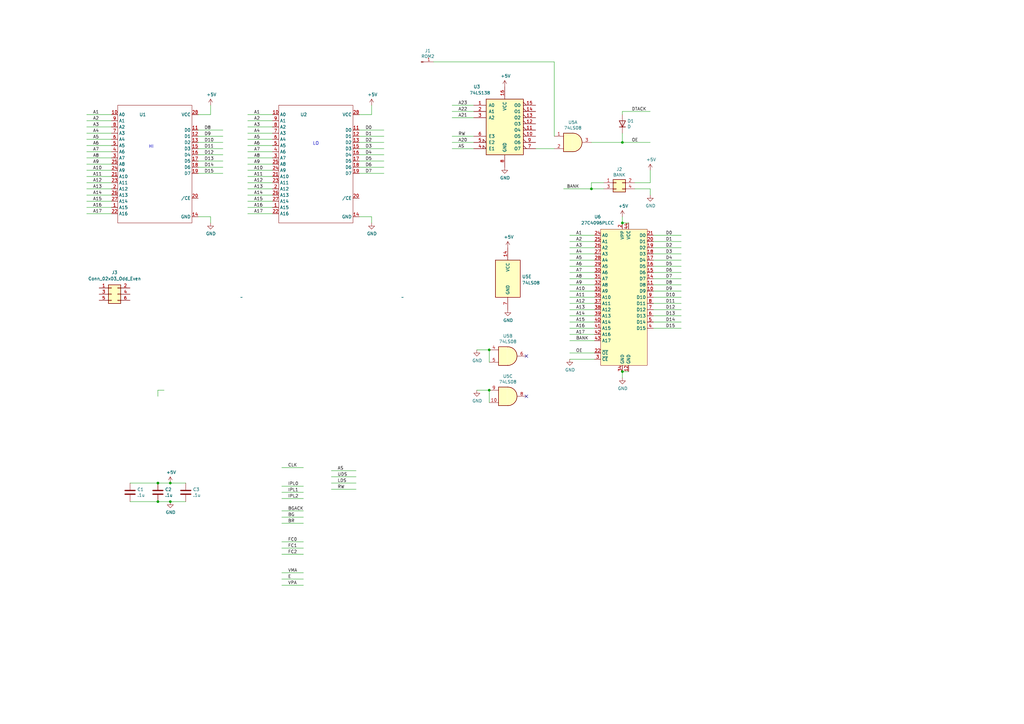
<source format=kicad_sch>
(kicad_sch (version 20230121) (generator eeschema)
  (paper "A3")
  (lib_symbols
    (symbol "256KROM-rescue:27C4096PLCC-simon"
      (property "Reference" "U" (at -10.16 27.94 0))
      (property "Value" "27C4096PLCC-simon" (at 3.81 -30.48 0))
      (symbol "27C4096PLCC-simon_0_1"
        (rectangle (start -10.16 26.67) (end 8.89 -29.21) (fill (type background)))
      )
      (symbol "27C4096PLCC-simon_1_1"
        (pin no_connect line (at 11.43 -19.05 180) (length 2.54) hide (name "NC") (number "1"))
        (pin tri_state line (at 11.43 1.27 180) (length 2.54) (name "D9") (number "10"))
        (pin tri_state line (at 11.43 3.81 180) (length 2.54) (name "D8") (number "11"))
        (pin power_in line (at 1.27 -31.75 90) (length 2.54) (name "GND") (number "12"))
        (pin no_connect line (at 11.43 -21.59 180) (length 2.54) hide (name "NC") (number "13"))
        (pin tri_state line (at 11.43 6.35 180) (length 2.54) (name "D7") (number "14"))
        (pin tri_state line (at 11.43 8.89 180) (length 2.54) (name "D6") (number "15"))
        (pin tri_state line (at 11.43 11.43 180) (length 2.54) (name "D5") (number "16"))
        (pin tri_state line (at 11.43 13.97 180) (length 2.54) (name "D4") (number "17"))
        (pin tri_state line (at 11.43 16.51 180) (length 2.54) (name "D3") (number "18"))
        (pin tri_state line (at 11.43 19.05 180) (length 2.54) (name "D2") (number "19"))
        (pin power_in line (at -1.27 29.21 270) (length 2.54) (name "VPP") (number "2"))
        (pin tri_state line (at 11.43 21.59 180) (length 2.54) (name "D1") (number "20"))
        (pin tri_state line (at 11.43 24.13 180) (length 2.54) (name "D0") (number "21"))
        (pin input line (at -12.7 -24.13 0) (length 2.54) (name "~{OE}") (number "22"))
        (pin no_connect line (at 11.43 -24.13 180) (length 2.54) hide (name "NC") (number "23"))
        (pin input line (at -12.7 24.13 0) (length 2.54) (name "A0") (number "24"))
        (pin input line (at -12.7 21.59 0) (length 2.54) (name "A1") (number "25"))
        (pin input line (at -12.7 19.05 0) (length 2.54) (name "A2") (number "26"))
        (pin input line (at -12.7 16.51 0) (length 2.54) (name "A3") (number "27"))
        (pin input line (at -12.7 13.97 0) (length 2.54) (name "A4") (number "28"))
        (pin input line (at -12.7 11.43 0) (length 2.54) (name "A5") (number "29"))
        (pin input line (at -12.7 -26.67 0) (length 2.54) (name "~{CE}") (number "3"))
        (pin input line (at -12.7 8.89 0) (length 2.54) (name "A6") (number "30"))
        (pin input line (at -12.7 6.35 0) (length 2.54) (name "A7") (number "31"))
        (pin input line (at -12.7 3.81 0) (length 2.54) (name "A8") (number "32"))
        (pin no_connect line (at 11.43 -26.67 180) (length 2.54) hide (name "NC") (number "33"))
        (pin power_in line (at -1.27 -31.75 90) (length 2.54) (name "GND") (number "34"))
        (pin input line (at -12.7 1.27 0) (length 2.54) (name "A9") (number "35"))
        (pin input line (at -12.7 -1.27 0) (length 2.54) (name "A10") (number "36"))
        (pin input line (at -12.7 -3.81 0) (length 2.54) (name "A11") (number "37"))
        (pin input line (at -12.7 -6.35 0) (length 2.54) (name "A12") (number "38"))
        (pin input line (at -12.7 -8.89 0) (length 2.54) (name "A13") (number "39"))
        (pin tri_state line (at 11.43 -13.97 180) (length 2.54) (name "D15") (number "4"))
        (pin input line (at -12.7 -11.43 0) (length 2.54) (name "A14") (number "40"))
        (pin input line (at -12.7 -13.97 0) (length 2.54) (name "A15") (number "41"))
        (pin input line (at -12.7 -16.51 0) (length 2.54) (name "A16") (number "42"))
        (pin input line (at -12.7 -19.05 0) (length 2.54) (name "A17") (number "43"))
        (pin power_in line (at 1.27 29.21 270) (length 2.54) (name "VCC") (number "44"))
        (pin tri_state line (at 11.43 -11.43 180) (length 2.54) (name "D14") (number "5"))
        (pin tri_state line (at 11.43 -8.89 180) (length 2.54) (name "D13") (number "6"))
        (pin tri_state line (at 11.43 -6.35 180) (length 2.54) (name "D12") (number "7"))
        (pin tri_state line (at 11.43 -3.81 180) (length 2.54) (name "D11") (number "8"))
        (pin tri_state line (at 11.43 -1.27 180) (length 2.54) (name "D10") (number "9"))
      )
    )
    (symbol "74xx:74LS08" (pin_names (offset 1.016))
      (property "Reference" "U" (at 0 1.27 0))
      (property "Value" "74LS08" (at 0 -1.27 0))
      (symbol "74LS08_1_1"
        (arc (start 0 -3.81) (mid 3.7934 0) (end 0 3.81) (stroke (width 0.254)) (fill (type background)))
        (polyline (pts (xy 0 3.81) (xy -3.81 3.81) (xy -3.81 -3.81) (xy 0 -3.81)) (stroke (width 0.254)) (fill (type background)))
        (pin input line (at -7.62 2.54 0) (length 3.81) (name "~") (number "1"))
        (pin input line (at -7.62 -2.54 0) (length 3.81) (name "~") (number "2"))
        (pin output line (at 7.62 0 180) (length 3.81) (name "~") (number "3"))
      )
      (symbol "74LS08_1_2"
        (arc (start -3.81 -3.81) (mid -2.589 0) (end -3.81 3.81) (stroke (width 0.254)))
        (arc (start -0.6096 -3.81) (mid 2.1842 -2.5851) (end 3.81 0) (stroke (width 0.254)) (fill (type background)))
        (polyline (pts (xy -3.81 -3.81) (xy -0.635 -3.81)) (stroke (width 0.254)) (fill (type background)))
        (polyline (pts (xy -3.81 3.81) (xy -0.635 3.81)) (stroke (width 0.254)) (fill (type background)))
        (polyline (pts (xy -0.635 3.81) (xy -3.81 3.81) (xy -3.81 3.81) (xy -3.556 3.4036) (xy -3.0226 2.2606) (xy -2.6924 1.0414) (xy -2.6162 -0.254) (xy -2.7686 -1.4986) (xy -3.175 -2.7178) (xy -3.81 -3.81) (xy -3.81 -3.81) (xy -0.635 -3.81)) (stroke (width -25.4)) (fill (type background)))
        (arc (start 3.81 0) (mid 2.1915 2.5936) (end -0.6096 3.81) (stroke (width 0.254)) (fill (type background)))
        (pin input inverted (at -7.62 2.54 0) (length 4.318) (name "~") (number "1"))
        (pin input inverted (at -7.62 -2.54 0) (length 4.318) (name "~") (number "2"))
        (pin output inverted (at 7.62 0 180) (length 3.81) (name "~") (number "3"))
      )
      (symbol "74LS08_2_1"
        (arc (start 0 -3.81) (mid 3.7934 0) (end 0 3.81) (stroke (width 0.254)) (fill (type background)))
        (polyline (pts (xy 0 3.81) (xy -3.81 3.81) (xy -3.81 -3.81) (xy 0 -3.81)) (stroke (width 0.254)) (fill (type background)))
        (pin input line (at -7.62 2.54 0) (length 3.81) (name "~") (number "4"))
        (pin input line (at -7.62 -2.54 0) (length 3.81) (name "~") (number "5"))
        (pin output line (at 7.62 0 180) (length 3.81) (name "~") (number "6"))
      )
      (symbol "74LS08_2_2"
        (arc (start -3.81 -3.81) (mid -2.589 0) (end -3.81 3.81) (stroke (width 0.254)))
        (arc (start -0.6096 -3.81) (mid 2.1842 -2.5851) (end 3.81 0) (stroke (width 0.254)) (fill (type background)))
        (polyline (pts (xy -3.81 -3.81) (xy -0.635 -3.81)) (stroke (width 0.254)) (fill (type background)))
        (polyline (pts (xy -3.81 3.81) (xy -0.635 3.81)) (stroke (width 0.254)) (fill (type background)))
        (polyline (pts (xy -0.635 3.81) (xy -3.81 3.81) (xy -3.81 3.81) (xy -3.556 3.4036) (xy -3.0226 2.2606) (xy -2.6924 1.0414) (xy -2.6162 -0.254) (xy -2.7686 -1.4986) (xy -3.175 -2.7178) (xy -3.81 -3.81) (xy -3.81 -3.81) (xy -0.635 -3.81)) (stroke (width -25.4)) (fill (type background)))
        (arc (start 3.81 0) (mid 2.1915 2.5936) (end -0.6096 3.81) (stroke (width 0.254)) (fill (type background)))
        (pin input inverted (at -7.62 2.54 0) (length 4.318) (name "~") (number "4"))
        (pin input inverted (at -7.62 -2.54 0) (length 4.318) (name "~") (number "5"))
        (pin output inverted (at 7.62 0 180) (length 3.81) (name "~") (number "6"))
      )
      (symbol "74LS08_3_1"
        (arc (start 0 -3.81) (mid 3.7934 0) (end 0 3.81) (stroke (width 0.254)) (fill (type background)))
        (polyline (pts (xy 0 3.81) (xy -3.81 3.81) (xy -3.81 -3.81) (xy 0 -3.81)) (stroke (width 0.254)) (fill (type background)))
        (pin input line (at -7.62 -2.54 0) (length 3.81) (name "~") (number "10"))
        (pin output line (at 7.62 0 180) (length 3.81) (name "~") (number "8"))
        (pin input line (at -7.62 2.54 0) (length 3.81) (name "~") (number "9"))
      )
      (symbol "74LS08_3_2"
        (arc (start -3.81 -3.81) (mid -2.589 0) (end -3.81 3.81) (stroke (width 0.254)))
        (arc (start -0.6096 -3.81) (mid 2.1842 -2.5851) (end 3.81 0) (stroke (width 0.254)) (fill (type background)))
        (polyline (pts (xy -3.81 -3.81) (xy -0.635 -3.81)) (stroke (width 0.254)) (fill (type background)))
        (polyline (pts (xy -3.81 3.81) (xy -0.635 3.81)) (stroke (width 0.254)) (fill (type background)))
        (polyline (pts (xy -0.635 3.81) (xy -3.81 3.81) (xy -3.81 3.81) (xy -3.556 3.4036) (xy -3.0226 2.2606) (xy -2.6924 1.0414) (xy -2.6162 -0.254) (xy -2.7686 -1.4986) (xy -3.175 -2.7178) (xy -3.81 -3.81) (xy -3.81 -3.81) (xy -0.635 -3.81)) (stroke (width -25.4)) (fill (type background)))
        (arc (start 3.81 0) (mid 2.1915 2.5936) (end -0.6096 3.81) (stroke (width 0.254)) (fill (type background)))
        (pin input inverted (at -7.62 -2.54 0) (length 4.318) (name "~") (number "10"))
        (pin output inverted (at 7.62 0 180) (length 3.81) (name "~") (number "8"))
        (pin input inverted (at -7.62 2.54 0) (length 4.318) (name "~") (number "9"))
      )
      (symbol "74LS08_4_1"
        (arc (start 0 -3.81) (mid 3.7934 0) (end 0 3.81) (stroke (width 0.254)) (fill (type background)))
        (polyline (pts (xy 0 3.81) (xy -3.81 3.81) (xy -3.81 -3.81) (xy 0 -3.81)) (stroke (width 0.254)) (fill (type background)))
        (pin output line (at 7.62 0 180) (length 3.81) (name "~") (number "11"))
        (pin input line (at -7.62 2.54 0) (length 3.81) (name "~") (number "12"))
        (pin input line (at -7.62 -2.54 0) (length 3.81) (name "~") (number "13"))
      )
      (symbol "74LS08_4_2"
        (arc (start -3.81 -3.81) (mid -2.589 0) (end -3.81 3.81) (stroke (width 0.254)))
        (arc (start -0.6096 -3.81) (mid 2.1842 -2.5851) (end 3.81 0) (stroke (width 0.254)) (fill (type background)))
        (polyline (pts (xy -3.81 -3.81) (xy -0.635 -3.81)) (stroke (width 0.254)) (fill (type background)))
        (polyline (pts (xy -3.81 3.81) (xy -0.635 3.81)) (stroke (width 0.254)) (fill (type background)))
        (polyline (pts (xy -0.635 3.81) (xy -3.81 3.81) (xy -3.81 3.81) (xy -3.556 3.4036) (xy -3.0226 2.2606) (xy -2.6924 1.0414) (xy -2.6162 -0.254) (xy -2.7686 -1.4986) (xy -3.175 -2.7178) (xy -3.81 -3.81) (xy -3.81 -3.81) (xy -0.635 -3.81)) (stroke (width -25.4)) (fill (type background)))
        (arc (start 3.81 0) (mid 2.1915 2.5936) (end -0.6096 3.81) (stroke (width 0.254)) (fill (type background)))
        (pin output inverted (at 7.62 0 180) (length 3.81) (name "~") (number "11"))
        (pin input inverted (at -7.62 2.54 0) (length 4.318) (name "~") (number "12"))
        (pin input inverted (at -7.62 -2.54 0) (length 4.318) (name "~") (number "13"))
      )
      (symbol "74LS08_5_0"
        (pin power_in line (at 0 12.7 270) (length 5.08) (name "VCC") (number "14"))
        (pin power_in line (at 0 -12.7 90) (length 5.08) (name "GND") (number "7"))
      )
      (symbol "74LS08_5_1"
        (rectangle (start -5.08 7.62) (end 5.08 -7.62) (stroke (width 0.254)) (fill (type background)))
      )
    )
    (symbol "74xx:74LS138" (pin_names (offset 1.016))
      (property "Reference" "U" (at -7.62 11.43 0))
      (property "Value" "74LS138" (at -7.62 -13.97 0))
      (symbol "74LS138_1_0"
        (pin input line (at -12.7 7.62 0) (length 5.08) (name "A0") (number "1"))
        (pin output output_low (at 12.7 -5.08 180) (length 5.08) (name "O5") (number "10"))
        (pin output output_low (at 12.7 -2.54 180) (length 5.08) (name "O4") (number "11"))
        (pin output output_low (at 12.7 0 180) (length 5.08) (name "O3") (number "12"))
        (pin output output_low (at 12.7 2.54 180) (length 5.08) (name "O2") (number "13"))
        (pin output output_low (at 12.7 5.08 180) (length 5.08) (name "O1") (number "14"))
        (pin output output_low (at 12.7 7.62 180) (length 5.08) (name "O0") (number "15"))
        (pin power_in line (at 0 15.24 270) (length 5.08) (name "VCC") (number "16"))
        (pin input line (at -12.7 5.08 0) (length 5.08) (name "A1") (number "2"))
        (pin input line (at -12.7 2.54 0) (length 5.08) (name "A2") (number "3"))
        (pin input input_low (at -12.7 -10.16 0) (length 5.08) (name "E1") (number "4"))
        (pin input input_low (at -12.7 -7.62 0) (length 5.08) (name "E2") (number "5"))
        (pin input line (at -12.7 -5.08 0) (length 5.08) (name "E3") (number "6"))
        (pin output output_low (at 12.7 -10.16 180) (length 5.08) (name "O7") (number "7"))
        (pin power_in line (at 0 -17.78 90) (length 5.08) (name "GND") (number "8"))
        (pin output output_low (at 12.7 -7.62 180) (length 5.08) (name "O6") (number "9"))
      )
      (symbol "74LS138_1_1"
        (rectangle (start -7.62 10.16) (end 7.62 -12.7) (stroke (width 0.254)) (fill (type background)))
      )
    )
    (symbol "Connector:Conn_01x01_Male" (pin_names (offset 1.016) hide)
      (property "Reference" "J" (at 0 2.54 0))
      (property "Value" "Conn_01x01_Male" (at 0 -2.54 0))
      (symbol "Conn_01x01_Male_1_1"
        (polyline (pts (xy 1.27 0) (xy 0.8636 0)) (stroke (width 0.1524)))
        (rectangle (start 0.8636 0.127) (end 0 -0.127) (stroke (width 0.1524)) (fill (type outline)))
        (pin passive line (at 5.08 0 180) (length 3.81) (name "Pin_1") (number "1"))
      )
    )
    (symbol "Connector_Generic:Conn_02x02_Odd_Even" (pin_names (offset 1.016) hide)
      (property "Reference" "J" (at 1.27 2.54 0))
      (property "Value" "Conn_02x02_Odd_Even" (at 1.27 -5.08 0))
      (symbol "Conn_02x02_Odd_Even_1_1"
        (rectangle (start -1.27 -2.413) (end 0 -2.667) (stroke (width 0.1524)))
        (rectangle (start -1.27 0.127) (end 0 -0.127) (stroke (width 0.1524)))
        (rectangle (start -1.27 1.27) (end 3.81 -3.81) (stroke (width 0.254)) (fill (type background)))
        (rectangle (start 3.81 -2.413) (end 2.54 -2.667) (stroke (width 0.1524)))
        (rectangle (start 3.81 0.127) (end 2.54 -0.127) (stroke (width 0.1524)))
        (pin passive line (at -5.08 0 0) (length 3.81) (name "Pin_1") (number "1"))
        (pin passive line (at 7.62 0 180) (length 3.81) (name "Pin_2") (number "2"))
        (pin passive line (at -5.08 -2.54 0) (length 3.81) (name "Pin_3") (number "3"))
        (pin passive line (at 7.62 -2.54 180) (length 3.81) (name "Pin_4") (number "4"))
      )
    )
    (symbol "Connector_Generic:Conn_02x03_Odd_Even" (pin_names (offset 1.016) hide)
      (property "Reference" "J" (at 1.27 5.08 0))
      (property "Value" "Conn_02x03_Odd_Even" (at 1.27 -5.08 0))
      (symbol "Conn_02x03_Odd_Even_1_1"
        (rectangle (start -1.27 -2.413) (end 0 -2.667) (stroke (width 0.1524)))
        (rectangle (start -1.27 0.127) (end 0 -0.127) (stroke (width 0.1524)))
        (rectangle (start -1.27 2.667) (end 0 2.413) (stroke (width 0.1524)))
        (rectangle (start -1.27 3.81) (end 3.81 -3.81) (stroke (width 0.254)) (fill (type background)))
        (rectangle (start 3.81 -2.413) (end 2.54 -2.667) (stroke (width 0.1524)))
        (rectangle (start 3.81 0.127) (end 2.54 -0.127) (stroke (width 0.1524)))
        (rectangle (start 3.81 2.667) (end 2.54 2.413) (stroke (width 0.1524)))
        (pin passive line (at -5.08 2.54 0) (length 3.81) (name "Pin_1") (number "1"))
        (pin passive line (at 7.62 2.54 180) (length 3.81) (name "Pin_2") (number "2"))
        (pin passive line (at -5.08 0 0) (length 3.81) (name "Pin_3") (number "3"))
        (pin passive line (at 7.62 0 180) (length 3.81) (name "Pin_4") (number "4"))
        (pin passive line (at -5.08 -2.54 0) (length 3.81) (name "Pin_5") (number "5"))
        (pin passive line (at 7.62 -2.54 180) (length 3.81) (name "Pin_6") (number "6"))
      )
    )
    (symbol "Device:C" (pin_numbers hide) (pin_names (offset 0.254))
      (property "Reference" "C" (at 0.635 2.54 0))
      (property "Value" "C" (at 0.635 -2.54 0))
      (symbol "C_0_1"
        (polyline (pts (xy -2.032 -0.762) (xy 2.032 -0.762)) (stroke (width 0.508)))
        (polyline (pts (xy -2.032 0.762) (xy 2.032 0.762)) (stroke (width 0.508)))
      )
      (symbol "C_1_1"
        (pin passive line (at 0 3.81 270) (length 2.794) (name "~") (number "1"))
        (pin passive line (at 0 -3.81 90) (length 2.794) (name "~") (number "2"))
      )
    )
    (symbol "Device:D" (pin_numbers hide) (pin_names (offset 1.016) hide)
      (property "Reference" "D" (at 0 2.54 0))
      (property "Value" "D" (at 0 -2.54 0))
      (symbol "D_0_1"
        (polyline (pts (xy -1.27 1.27) (xy -1.27 -1.27)) (stroke (width 0.254)))
        (polyline (pts (xy 1.27 0) (xy -1.27 0)))
        (polyline (pts (xy 1.27 1.27) (xy 1.27 -1.27) (xy -1.27 0) (xy 1.27 1.27)) (stroke (width 0.254)))
      )
      (symbol "D_1_1"
        (pin passive line (at -3.81 0 0) (length 2.54) (name "K") (number "1"))
        (pin passive line (at 3.81 0 180) (length 2.54) (name "A") (number "2"))
      )
    )
    (symbol "Simon:Atari_ST_ROM"
      (property "Reference" "U1" (at -6.35 19.05 0))
      (symbol "Atari_ST_ROM_0_1"
        (rectangle (start -15.24 22.86) (end 15.24 -25.4))
      )
      (symbol "Atari_ST_ROM_1_1"
        (pin input line (at -17.78 -19.05 0) (length 2.54) (name "A15") (number "1"))
        (pin input line (at -17.78 19.05 0) (length 2.54) (name "A0") (number "10"))
        (pin output line (at 17.78 12.7 180) (length 2.54) (name "D0") (number "11"))
        (pin output line (at 17.78 10.16 180) (length 2.54) (name "D1") (number "12"))
        (pin output line (at 17.78 7.62 180) (length 2.54) (name "D2") (number "13"))
        (pin power_in line (at 17.78 -22.86 180) (length 2.54) (name "GND") (number "14"))
        (pin output line (at 17.78 5.08 180) (length 2.54) (name "D3") (number "15"))
        (pin output line (at 17.78 2.54 180) (length 2.54) (name "D4") (number "16"))
        (pin output line (at 17.78 0 180) (length 2.54) (name "D5") (number "17"))
        (pin output line (at 17.78 -2.54 180) (length 2.54) (name "D6") (number "18"))
        (pin output line (at 17.78 -5.08 180) (length 2.54) (name "D7") (number "19"))
        (pin input line (at -17.78 -11.43 0) (length 2.54) (name "A12") (number "2"))
        (pin input line (at 17.78 -15.24 180) (length 2.54) (name "/CE") (number "20"))
        (pin input line (at -17.78 -6.35 0) (length 2.54) (name "A10") (number "21"))
        (pin input line (at -17.78 -21.59 0) (length 2.54) (name "A16") (number "22"))
        (pin input line (at -17.78 -8.89 0) (length 2.54) (name "A11") (number "23"))
        (pin input line (at -17.78 -3.81 0) (length 2.54) (name "A9") (number "24"))
        (pin input line (at -17.78 -1.27 0) (length 2.54) (name "A8") (number "25"))
        (pin input line (at -17.78 -13.97 0) (length 2.54) (name "A13") (number "26"))
        (pin input line (at -17.78 -16.51 0) (length 2.54) (name "A14") (number "27"))
        (pin power_in line (at 17.78 19.05 180) (length 2.54) (name "VCC") (number "28"))
        (pin input line (at -17.78 1.27 0) (length 2.54) (name "A7") (number "3"))
        (pin input line (at -17.78 3.81 0) (length 2.54) (name "A6") (number "4"))
        (pin input line (at -17.78 6.35 0) (length 2.54) (name "A5") (number "5"))
        (pin input line (at -17.78 8.89 0) (length 2.54) (name "A4") (number "6"))
        (pin input line (at -17.78 11.43 0) (length 2.54) (name "A3") (number "7"))
        (pin input line (at -17.78 13.97 0) (length 2.54) (name "A2") (number "8"))
        (pin input line (at -17.78 16.51 0) (length 2.54) (name "A1") (number "9"))
      )
    )
    (symbol "power:+5V" (power) (pin_names (offset 0))
      (property "Value" "+5V" (at 0 3.556 0))
      (symbol "+5V_0_1"
        (polyline (pts (xy -0.762 1.27) (xy 0 2.54)))
        (polyline (pts (xy 0 0) (xy 0 2.54)))
        (polyline (pts (xy 0 2.54) (xy 0.762 1.27)))
      )
      (symbol "+5V_1_1"
        (pin power_in line (at 0 0 90) (length 0) hide (name "+5V") (number "1"))
      )
    )
    (symbol "power:GND" (power) (pin_names (offset 0))
      (property "Value" "GND" (at 0 -3.81 0))
      (symbol "GND_0_1"
        (polyline (pts (xy 0 0) (xy 0 -1.27) (xy 1.27 -1.27) (xy 0 -2.54) (xy -1.27 -1.27) (xy 0 -1.27)))
      )
      (symbol "GND_1_1"
        (pin power_in line (at 0 0 270) (length 0) hide (name "GND") (number "1"))
      )
    )
  )
  (junction (at 255.27 58.42))
  (junction (at 64.77 198.12))
  (junction (at 255.27 152.4))
  (junction (at 200.66 160.02))
  (junction (at 255.27 91.44))
  (junction (at 200.66 143.51))
  (junction (at 69.85 198.12))
  (junction (at 64.77 205.74))
  (junction (at 242.57 77.47))
  (junction (at 69.85 205.74))
  (no_connect (at 215.9 146.05))
  (no_connect (at 215.9 162.56))
  (wire (pts (xy 35.56 49.53) (xy 45.72 49.53)))
  (wire (pts (xy 227.33 25.4) (xy 227.33 55.88)))
  (wire (pts (xy 101.6 57.15) (xy 111.76 57.15)))
  (wire (pts (xy 81.28 71.12) (xy 91.44 71.12)))
  (wire (pts (xy 147.32 60.96) (xy 157.48 60.96)))
  (wire (pts (xy 267.97 96.52) (xy 279.4 96.52)))
  (wire (pts (xy 243.84 139.7) (xy 233.68 139.7)))
  (wire (pts (xy 243.84 109.22) (xy 233.68 109.22)))
  (wire (pts (xy 243.84 121.92) (xy 233.68 121.92)))
  (wire (pts (xy 35.56 77.47) (xy 45.72 77.47)))
  (wire (pts (xy 194.31 43.18) (xy 185.42 43.18)))
  (wire (pts (xy 194.31 45.72) (xy 185.42 45.72)))
  (wire (pts (xy 64.77 205.74) (xy 53.34 205.74)))
  (wire (pts (xy 147.32 58.42) (xy 157.48 58.42)))
  (wire (pts (xy 255.27 54.61) (xy 255.27 58.42)))
  (wire (pts (xy 194.31 60.96) (xy 185.42 60.96)))
  (wire (pts (xy 243.84 101.6) (xy 233.68 101.6)))
  (wire (pts (xy 76.2 205.74) (xy 69.85 205.74)))
  (wire (pts (xy 243.84 104.14) (xy 233.68 104.14)))
  (wire (pts (xy 267.97 116.84) (xy 279.4 116.84)))
  (wire (pts (xy 267.97 104.14) (xy 279.4 104.14)))
  (wire (pts (xy 260.35 74.93) (xy 266.7 74.93)))
  (wire (pts (xy 101.6 59.69) (xy 111.76 59.69)))
  (wire (pts (xy 64.77 162.56) (xy 64.77 160.02)))
  (wire (pts (xy 135.89 193.04) (xy 146.05 193.04)))
  (wire (pts (xy 243.84 119.38) (xy 233.68 119.38)))
  (wire (pts (xy 177.8 25.4) (xy 227.33 25.4)))
  (wire (pts (xy 101.6 62.23) (xy 111.76 62.23)))
  (wire (pts (xy 124.46 240.03) (xy 115.57 240.03)))
  (wire (pts (xy 243.84 124.46) (xy 233.68 124.46)))
  (wire (pts (xy 81.28 68.58) (xy 91.44 68.58)))
  (wire (pts (xy 243.84 106.68) (xy 233.68 106.68)))
  (wire (pts (xy 81.28 88.9) (xy 86.36 88.9)))
  (wire (pts (xy 81.28 53.34) (xy 91.44 53.34)))
  (wire (pts (xy 267.97 111.76) (xy 279.4 111.76)))
  (wire (pts (xy 152.4 88.9) (xy 152.4 91.44)))
  (wire (pts (xy 81.28 66.04) (xy 91.44 66.04)))
  (wire (pts (xy 267.97 134.62) (xy 279.4 134.62)))
  (wire (pts (xy 124.46 224.79) (xy 115.57 224.79)))
  (wire (pts (xy 86.36 46.99) (xy 86.36 43.18)))
  (wire (pts (xy 124.46 201.93) (xy 115.57 201.93)))
  (wire (pts (xy 255.27 45.72) (xy 266.7 45.72)))
  (wire (pts (xy 81.28 58.42) (xy 91.44 58.42)))
  (wire (pts (xy 35.56 62.23) (xy 45.72 62.23)))
  (wire (pts (xy 266.7 80.01) (xy 266.7 77.47)))
  (wire (pts (xy 124.46 227.33) (xy 115.57 227.33)))
  (wire (pts (xy 152.4 46.99) (xy 152.4 43.18)))
  (wire (pts (xy 247.65 74.93) (xy 242.57 74.93)))
  (wire (pts (xy 194.31 48.26) (xy 185.42 48.26)))
  (wire (pts (xy 267.97 101.6) (xy 279.4 101.6)))
  (wire (pts (xy 101.6 67.31) (xy 111.76 67.31)))
  (wire (pts (xy 35.56 67.31) (xy 45.72 67.31)))
  (wire (pts (xy 147.32 88.9) (xy 152.4 88.9)))
  (wire (pts (xy 242.57 74.93) (xy 242.57 77.47)))
  (wire (pts (xy 257.81 91.44) (xy 255.27 91.44)))
  (wire (pts (xy 194.31 58.42) (xy 185.42 58.42)))
  (wire (pts (xy 35.56 85.09) (xy 45.72 85.09)))
  (wire (pts (xy 101.6 46.99) (xy 111.76 46.99)))
  (wire (pts (xy 101.6 87.63) (xy 111.76 87.63)))
  (wire (pts (xy 267.97 119.38) (xy 279.4 119.38)))
  (wire (pts (xy 35.56 59.69) (xy 45.72 59.69)))
  (wire (pts (xy 243.84 132.08) (xy 233.68 132.08)))
  (wire (pts (xy 242.57 77.47) (xy 247.65 77.47)))
  (wire (pts (xy 101.6 85.09) (xy 111.76 85.09)))
  (wire (pts (xy 147.32 66.04) (xy 157.48 66.04)))
  (wire (pts (xy 255.27 152.4) (xy 257.81 152.4)))
  (wire (pts (xy 81.28 60.96) (xy 91.44 60.96)))
  (wire (pts (xy 135.89 195.58) (xy 146.05 195.58)))
  (wire (pts (xy 81.28 55.88) (xy 91.44 55.88)))
  (wire (pts (xy 124.46 222.25) (xy 115.57 222.25)))
  (wire (pts (xy 255.27 91.44) (xy 255.27 88.9)))
  (wire (pts (xy 101.6 54.61) (xy 111.76 54.61)))
  (wire (pts (xy 219.71 60.96) (xy 227.33 60.96)))
  (wire (pts (xy 267.97 124.46) (xy 279.4 124.46)))
  (wire (pts (xy 35.56 80.01) (xy 45.72 80.01)))
  (wire (pts (xy 101.6 64.77) (xy 111.76 64.77)))
  (wire (pts (xy 35.56 54.61) (xy 45.72 54.61)))
  (wire (pts (xy 243.84 99.06) (xy 233.68 99.06)))
  (wire (pts (xy 147.32 68.58) (xy 157.48 68.58)))
  (wire (pts (xy 35.56 87.63) (xy 45.72 87.63)))
  (wire (pts (xy 53.34 198.12) (xy 64.77 198.12)))
  (wire (pts (xy 101.6 77.47) (xy 111.76 77.47)))
  (wire (pts (xy 267.97 106.68) (xy 279.4 106.68)))
  (wire (pts (xy 200.66 165.1) (xy 200.66 160.02)))
  (wire (pts (xy 243.84 144.78) (xy 233.68 144.78)))
  (wire (pts (xy 101.6 52.07) (xy 111.76 52.07)))
  (wire (pts (xy 194.31 55.88) (xy 185.42 55.88)))
  (wire (pts (xy 266.7 74.93) (xy 266.7 69.85)))
  (wire (pts (xy 266.7 77.47) (xy 260.35 77.47)))
  (wire (pts (xy 147.32 55.88) (xy 157.48 55.88)))
  (wire (pts (xy 124.46 212.09) (xy 115.57 212.09)))
  (wire (pts (xy 243.84 114.3) (xy 233.68 114.3)))
  (wire (pts (xy 124.46 204.47) (xy 115.57 204.47)))
  (wire (pts (xy 101.6 49.53) (xy 111.76 49.53)))
  (wire (pts (xy 35.56 82.55) (xy 45.72 82.55)))
  (wire (pts (xy 195.58 143.51) (xy 200.66 143.51)))
  (wire (pts (xy 255.27 45.72) (xy 255.27 46.99)))
  (wire (pts (xy 243.84 116.84) (xy 233.68 116.84)))
  (wire (pts (xy 64.77 160.02) (xy 67.31 160.02)))
  (wire (pts (xy 124.46 237.49) (xy 115.57 237.49)))
  (wire (pts (xy 69.85 205.74) (xy 64.77 205.74)))
  (wire (pts (xy 243.84 147.32) (xy 233.68 147.32)))
  (wire (pts (xy 267.97 127) (xy 279.4 127)))
  (wire (pts (xy 124.46 209.55) (xy 115.57 209.55)))
  (wire (pts (xy 243.84 127) (xy 233.68 127)))
  (wire (pts (xy 35.56 46.99) (xy 45.72 46.99)))
  (wire (pts (xy 255.27 152.4) (xy 255.27 154.94)))
  (wire (pts (xy 101.6 80.01) (xy 111.76 80.01)))
  (wire (pts (xy 64.77 198.12) (xy 69.85 198.12)))
  (wire (pts (xy 200.66 143.51) (xy 200.66 148.59)))
  (wire (pts (xy 147.32 53.34) (xy 157.48 53.34)))
  (wire (pts (xy 35.56 57.15) (xy 45.72 57.15)))
  (wire (pts (xy 243.84 96.52) (xy 233.68 96.52)))
  (wire (pts (xy 135.89 198.12) (xy 146.05 198.12)))
  (wire (pts (xy 243.84 111.76) (xy 233.68 111.76)))
  (wire (pts (xy 81.28 63.5) (xy 91.44 63.5)))
  (wire (pts (xy 147.32 46.99) (xy 152.4 46.99)))
  (wire (pts (xy 35.56 74.93) (xy 45.72 74.93)))
  (wire (pts (xy 101.6 74.93) (xy 111.76 74.93)))
  (wire (pts (xy 101.6 72.39) (xy 111.76 72.39)))
  (wire (pts (xy 35.56 72.39) (xy 45.72 72.39)))
  (wire (pts (xy 243.84 134.62) (xy 233.68 134.62)))
  (wire (pts (xy 147.32 63.5) (xy 157.48 63.5)))
  (wire (pts (xy 35.56 52.07) (xy 45.72 52.07)))
  (wire (pts (xy 267.97 99.06) (xy 279.4 99.06)))
  (wire (pts (xy 243.84 137.16) (xy 233.68 137.16)))
  (wire (pts (xy 81.28 46.99) (xy 86.36 46.99)))
  (wire (pts (xy 267.97 129.54) (xy 279.4 129.54)))
  (wire (pts (xy 255.27 58.42) (xy 266.7 58.42)))
  (wire (pts (xy 267.97 109.22) (xy 279.4 109.22)))
  (wire (pts (xy 242.57 77.47) (xy 231.14 77.47)))
  (wire (pts (xy 135.89 200.66) (xy 146.05 200.66)))
  (wire (pts (xy 147.32 71.12) (xy 157.48 71.12)))
  (wire (pts (xy 267.97 114.3) (xy 279.4 114.3)))
  (wire (pts (xy 35.56 69.85) (xy 45.72 69.85)))
  (wire (pts (xy 69.85 198.12) (xy 76.2 198.12)))
  (wire (pts (xy 124.46 199.39) (xy 115.57 199.39)))
  (wire (pts (xy 243.84 129.54) (xy 233.68 129.54)))
  (wire (pts (xy 101.6 69.85) (xy 111.76 69.85)))
  (wire (pts (xy 195.58 160.02) (xy 200.66 160.02)))
  (wire (pts (xy 267.97 132.08) (xy 279.4 132.08)))
  (wire (pts (xy 101.6 82.55) (xy 111.76 82.55)))
  (wire (pts (xy 242.57 58.42) (xy 255.27 58.42)))
  (wire (pts (xy 35.56 64.77) (xy 45.72 64.77)))
  (wire (pts (xy 267.97 121.92) (xy 279.4 121.92)))
  (wire (pts (xy 124.46 214.63) (xy 115.57 214.63)))
  (wire (pts (xy 124.46 191.77) (xy 115.57 191.77)))
  (wire (pts (xy 124.46 234.95) (xy 115.57 234.95)))
  (wire (pts (xy 86.36 88.9) (xy 86.36 91.44)))
  (text "HI" (at 60.96 60.96 0) (effects (font (size 1.27 1.27)) (justify left bottom)))
  (text "LO" (at 128.27 59.69 0) (effects (font (size 1.27 1.27)) (justify left bottom)))
  (label "D14" (at 83.82 68.58 0))
  (label "BR" (at 118.11 214.63 0))
  (label "A17" (at 236.22 137.16 0))
  (label "A5" (at 104.14 57.15 0))
  (label "D10" (at 273.05 121.92 0))
  (label "D0" (at 149.86 53.34 0))
  (label "A8" (at 104.14 64.77 0))
  (label "A7" (at 104.14 62.23 0))
  (label "D3" (at 273.05 104.14 0))
  (label "A15" (at 38.1 82.55 0))
  (label "FC2" (at 118.11 227.33 0))
  (label "DTACK" (at 259.08 45.72 0))
  (label "A11" (at 38.1 72.39 0))
  (label "D9" (at 83.82 55.88 0))
  (label "D4" (at 149.86 63.5 0))
  (label "D5" (at 149.86 66.04 0))
  (label "A13" (at 104.14 77.47 0))
  (label "D4" (at 273.05 106.68 0))
  (label "A12" (at 38.1 74.93 0))
  (label "A11" (at 236.22 121.92 0))
  (label "A14" (at 104.14 80.01 0))
  (label "BANK" (at 236.22 139.7 0))
  (label "A13" (at 236.22 127 0))
  (label "A10" (at 236.22 119.38 0))
  (label "A22" (at 187.96 45.72 0))
  (label "A3" (at 38.1 52.07 0))
  (label "D6" (at 149.86 68.58 0))
  (label "A1" (at 236.22 96.52 0))
  (label "A23" (at 187.96 43.18 0))
  (label "A6" (at 38.1 59.69 0))
  (label "A13" (at 38.1 77.47 0))
  (label "D9" (at 273.05 119.38 0))
  (label "A3" (at 104.14 52.07 0))
  (label "A7" (at 236.22 111.76 0))
  (label "RW" (at 187.96 55.88 0))
  (label "A16" (at 236.22 134.62 0))
  (label "UDS" (at 138.43 195.58 0))
  (label "D13" (at 273.05 129.54 0))
  (label "A10" (at 38.1 69.85 0))
  (label "A16" (at 38.1 85.09 0))
  (label "D7" (at 273.05 114.3 0))
  (label "D15" (at 273.05 134.62 0))
  (label "D14" (at 273.05 132.08 0))
  (label "A8" (at 236.22 114.3 0))
  (label "D11" (at 83.82 60.96 0))
  (label "RW" (at 138.43 200.66 0))
  (label "A9" (at 236.22 116.84 0))
  (label "D1" (at 149.86 55.88 0))
  (label "A5" (at 236.22 106.68 0))
  (label "D8" (at 273.05 116.84 0))
  (label "E" (at 118.11 237.49 0))
  (label "OE" (at 259.08 58.42 0))
  (label "A2" (at 104.14 49.53 0))
  (label "A9" (at 38.1 67.31 0))
  (label "D13" (at 83.82 66.04 0))
  (label "D2" (at 273.05 101.6 0))
  (label "D5" (at 273.05 109.22 0))
  (label "D0" (at 273.05 96.52 0))
  (label "D10" (at 83.82 58.42 0))
  (label "A4" (at 236.22 104.14 0))
  (label "CLK" (at 118.11 191.77 0))
  (label "A1" (at 104.14 46.99 0))
  (label "A15" (at 104.14 82.55 0))
  (label "A2" (at 38.1 49.53 0))
  (label "A12" (at 104.14 74.93 0))
  (label "IPL0" (at 118.11 199.39 0))
  (label "A3" (at 236.22 101.6 0))
  (label "A17" (at 38.1 87.63 0))
  (label "A17" (at 104.14 87.63 0))
  (label "D2" (at 149.86 58.42 0))
  (label "AS" (at 138.43 193.04 0))
  (label "D12" (at 273.05 127 0))
  (label "AS" (at 187.96 60.96 0))
  (label "D12" (at 83.82 63.5 0))
  (label "BG" (at 118.11 212.09 0))
  (label "A12" (at 236.22 124.46 0))
  (label "A14" (at 236.22 129.54 0))
  (label "A4" (at 104.14 54.61 0))
  (label "A15" (at 236.22 132.08 0))
  (label "VPA" (at 118.11 240.03 0))
  (label "A6" (at 236.22 109.22 0))
  (label "A9" (at 104.14 67.31 0))
  (label "D8" (at 83.82 53.34 0))
  (label "LDS" (at 138.43 198.12 0))
  (label "BGACK" (at 118.11 209.55 0))
  (label "A2" (at 236.22 99.06 0))
  (label "A7" (at 38.1 62.23 0))
  (label "D1" (at 273.05 99.06 0))
  (label "IPL2" (at 118.11 204.47 0))
  (label "FC1" (at 118.11 224.79 0))
  (label "VMA" (at 118.11 234.95 0))
  (label "D15" (at 83.82 71.12 0))
  (label "D7" (at 149.86 71.12 0))
  (label "A21" (at 187.96 48.26 0))
  (label "A4" (at 38.1 54.61 0))
  (label "A14" (at 38.1 80.01 0))
  (label "OE" (at 236.22 144.78 0))
  (label "IPL1" (at 118.11 201.93 0))
  (label "A6" (at 104.14 59.69 0))
  (label "A8" (at 38.1 64.77 0))
  (label "A1" (at 38.1 46.99 0))
  (label "D3" (at 149.86 60.96 0))
  (label "FC0" (at 118.11 222.25 0))
  (label "A20" (at 187.96 58.42 0))
  (label "BANK" (at 232.41 77.47 0))
  (label "D11" (at 273.05 124.46 0))
  (label "D6" (at 273.05 111.76 0))
  (label "A16" (at 104.14 85.09 0))
  (label "A10" (at 104.14 69.85 0))
  (label "A5" (at 38.1 57.15 0))
  (label "A11" (at 104.14 72.39 0))
  (symbol (lib_id "74xx:74LS138") (at 207.01 50.8 0) (unit 1)
    (property "Reference" "U3" (at 195.58 35.56 0))
    (property "Value" "74LS138" (at 196.85 38.1 0))
    (property "Footprint" "Package_SO:SOIC-16_3.9x9.9mm_P1.27mm" (effects hide))
    (property "Datasheet" "http://www.ti.com/lit/gpn/sn74LS138" (effects hide))
  )
  (symbol (lib_id "256KROM-rescue:27C4096PLCC-simon") (at 256.54 120.65 0) (unit 1)
    (property "Reference" "U6" (at 245.11 88.9 0))
    (property "Value" "27C4096PLCC" (at 245.11 91.44 0))
    (property "Footprint" "Package_LCC:PLCC-44_THT-Socket" (effects hide))
  )
  (symbol (lib_id "74xx:74LS08") (at 234.95 58.42 0) (unit 1)
    (property "Reference" "U5" (at 234.95 50.165 0))
    (property "Value" "74LS08" (at 234.95 52.4764 0))
    (property "Footprint" "Package_SO:SOIC-14_3.9x8.7mm_P1.27mm" (effects hide))
    (property "Datasheet" "http://www.ti.com/lit/gpn/sn74LS08" (effects hide))
  )
  (symbol (lib_id "74xx:74LS08") (at 208.28 146.05 0) (unit 2)
    (property "Reference" "U5" (at 208.28 137.795 0))
    (property "Value" "74LS08" (at 208.28 140.1064 0))
    (property "Footprint" "Package_SO:SOIC-14_3.9x8.7mm_P1.27mm" (effects hide))
    (property "Datasheet" "http://www.ti.com/lit/gpn/sn74LS08" (effects hide))
  )
  (symbol (lib_id "74xx:74LS08") (at 208.28 162.56 0) (unit 3)
    (property "Reference" "U5" (at 208.28 154.305 0))
    (property "Value" "74LS08" (at 208.28 156.6164 0))
    (property "Footprint" "Package_SO:SOIC-14_3.9x8.7mm_P1.27mm" (effects hide))
    (property "Datasheet" "http://www.ti.com/lit/gpn/sn74LS08" (effects hide))
  )
  (symbol (lib_id "Device:C") (at 53.34 201.93 0) (unit 1)
    (property "Reference" "C1" (at 56.261 200.7616 0) (effects (justify left)))
    (property "Value" ".1u" (at 56.261 203.073 0) (effects (justify left)))
    (property "Footprint" "Capacitor_SMD:C_0603_1608Metric" (effects hide))
  )
  (symbol (lib_id "Device:C") (at 64.77 201.93 0) (unit 1)
    (property "Reference" "C2" (at 67.691 200.7616 0) (effects (justify left)))
    (property "Value" ".1u" (at 67.691 203.073 0) (effects (justify left)))
    (property "Footprint" "Capacitor_SMD:C_0603_1608Metric" (effects hide))
  )
  (symbol (lib_id "Device:C") (at 76.2 201.93 0) (unit 1)
    (property "Reference" "C3" (at 79.121 200.7616 0) (effects (justify left)))
    (property "Value" ".1u" (at 79.121 203.073 0) (effects (justify left)))
    (property "Footprint" "Capacitor_SMD:C_0603_1608Metric" (effects hide))
  )
  (symbol (lib_id "power:GND") (at 69.85 205.74 0) (unit 1)
    (property "Reference" "#PWR0116" (effects hide))
    (property "Value" "GND" (at 69.977 210.1342 0))
  )
  (symbol (lib_id "power:+5V") (at 69.85 198.12 0) (unit 1)
    (property "Reference" "#PWR0117" (effects hide))
    (property "Value" "+5V" (at 70.231 193.7258 0))
  )
  (symbol (lib_id "power:GND") (at 233.68 147.32 0) (unit 1)
    (property "Reference" "#PWR01" (effects hide))
    (property "Value" "GND" (at 233.807 151.7142 0))
  )
  (symbol (lib_id "Device:D") (at 255.27 50.8 90) (unit 1)
    (property "Reference" "D1" (at 257.302 49.6316 90) (effects (justify right)))
    (property "Value" "D" (at 257.302 51.943 90) (effects (justify right)))
    (property "Footprint" "Diode_THT:D_A-405_P7.62mm_Horizontal" (effects hide))
  )
  (symbol (lib_id "power:GND") (at 86.36 91.44 0) (unit 1)
    (property "Reference" "#PWR0101" (effects hide))
    (property "Value" "GND" (at 86.487 95.8342 0))
  )
  (symbol (lib_id "power:+5V") (at 86.36 43.18 0) (unit 1)
    (property "Reference" "#PWR0103" (effects hide))
    (property "Value" "+5V" (at 86.741 38.7858 0))
  )
  (symbol (lib_id "power:+5V") (at 207.01 35.56 0) (unit 1)
    (property "Reference" "#PWR0105" (effects hide))
    (property "Value" "+5V" (at 207.391 31.1658 0))
  )
  (symbol (lib_id "power:GND") (at 207.01 68.58 0) (unit 1)
    (property "Reference" "#PWR0108" (effects hide))
    (property "Value" "GND" (at 207.137 72.9742 0))
  )
  (symbol (lib_id "Connector:Conn_01x01_Male") (at 172.72 25.4 0) (unit 1)
    (property "Reference" "J1" (at 175.4632 20.8026 0))
    (property "Value" "ROM2" (at 175.4632 23.114 0))
    (property "Footprint" "Connector_PinHeader_2.54mm:PinHeader_1x01_P2.54mm_Horizontal" (effects hide))
  )
  (symbol (lib_id "power:+5V") (at 255.27 88.9 0) (unit 1)
    (property "Reference" "#PWR0112" (effects hide))
    (property "Value" "+5V" (at 255.651 84.5058 0))
  )
  (symbol (lib_id "power:GND") (at 255.27 154.94 0) (unit 1)
    (property "Reference" "#PWR0113" (effects hide))
    (property "Value" "GND" (at 255.397 159.3342 0))
  )
  (symbol (lib_id "Connector_Generic:Conn_02x02_Odd_Even") (at 252.73 74.93 0) (unit 1)
    (property "Reference" "J2" (at 254 69.4182 0))
    (property "Value" "BANK" (at 254 71.7296 0))
    (property "Footprint" "Connector_PinHeader_2.54mm:PinHeader_2x02_P2.54mm_Vertical" (effects hide))
  )
  (symbol (lib_id "power:+5V") (at 266.7 69.85 0) (unit 1)
    (property "Reference" "#PWR0114" (effects hide))
    (property "Value" "+5V" (at 267.081 65.4558 0))
  )
  (symbol (lib_id "power:GND") (at 266.7 80.01 0) (unit 1)
    (property "Reference" "#PWR0115" (effects hide))
    (property "Value" "GND" (at 266.827 84.4042 0))
  )
  (symbol (lib_id "Connector_Generic:Conn_02x03_Odd_Even") (at 45.72 120.65 0) (unit 1)
    (property "Reference" "J3" (at 46.99 111.76 0))
    (property "Value" "Conn_02x03_Odd_Even" (at 46.99 114.3 0))
  )
  (symbol (lib_id "Simon:Atari_ST_ROM") (at 63.5 66.04 0) (unit 1)
    (property "Reference" "U1" (at 57.15 46.99 0) (effects (justify left)))
    (property "Value" "~" (at 99.06 121.92 0))
  )
  (symbol (lib_id "power:+5V") (at 152.4 43.18 0) (unit 1)
    (property "Reference" "#PWR02" (effects hide))
    (property "Value" "+5V" (at 152.781 38.7858 0))
  )
  (symbol (lib_id "Simon:Atari_ST_ROM") (at 129.54 66.04 0) (unit 1)
    (property "Reference" "U2" (at 123.19 46.99 0) (effects (justify left)))
    (property "Value" "~" (at 165.1 121.92 0))
  )
  (symbol (lib_id "power:GND") (at 208.28 127 0) (unit 1)
    (property "Reference" "#PWR0110" (effects hide))
    (property "Value" "GND" (at 208.407 131.3942 0))
  )
  (symbol (lib_id "power:GND") (at 195.58 143.51 0) (unit 1)
    (property "Reference" "#PWR0106" (effects hide))
    (property "Value" "GND" (at 195.707 147.9042 0))
  )
  (symbol (lib_id "power:GND") (at 152.4 91.44 0) (unit 1)
    (property "Reference" "#PWR03" (effects hide))
    (property "Value" "GND" (at 152.527 95.8342 0))
  )
  (symbol (lib_id "power:GND") (at 195.58 160.02 0) (unit 1)
    (property "Reference" "#PWR0107" (effects hide))
    (property "Value" "GND" (at 195.707 164.4142 0))
  )
  (symbol (lib_id "74xx:74LS08") (at 208.28 114.3 0) (unit 5)
    (property "Reference" "U5" (at 214.122 113.4653 0) (effects (justify left)))
    (property "Value" "74LS08" (at 214.122 116.0022 0) (effects (justify left)))
    (property "Footprint" "Package_SO:SOIC-14_3.9x8.7mm_P1.27mm" (effects hide))
    (property "Datasheet" "http://www.ti.com/lit/gpn/sn74LS08" (effects hide))
  )
  (symbol (lib_id "power:+5V") (at 208.28 101.6 0) (unit 1)
    (property "Reference" "#PWR0109" (effects hide))
    (property "Value" "+5V" (at 208.661 97.2058 0))
  )
)
</source>
